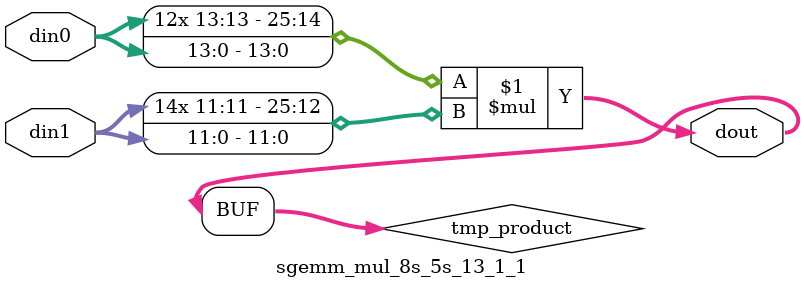
<source format=v>

`timescale 1 ns / 1 ps

  module sgemm_mul_8s_5s_13_1_1(din0, din1, dout);
parameter ID = 1;
parameter NUM_STAGE = 0;
parameter din0_WIDTH = 14;
parameter din1_WIDTH = 12;
parameter dout_WIDTH = 26;

input [din0_WIDTH - 1 : 0] din0; 
input [din1_WIDTH - 1 : 0] din1; 
output [dout_WIDTH - 1 : 0] dout;

wire signed [dout_WIDTH - 1 : 0] tmp_product;













assign tmp_product = $signed(din0) * $signed(din1);








assign dout = tmp_product;







endmodule

</source>
